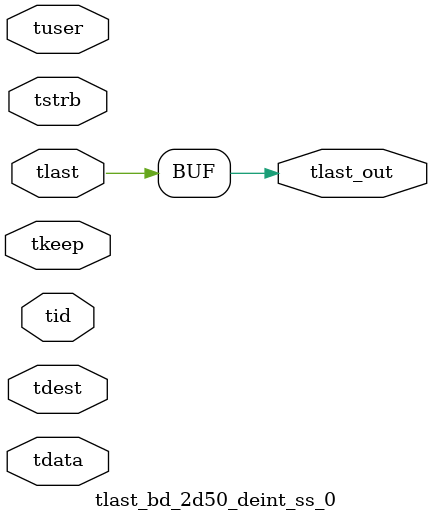
<source format=v>


`timescale 1ps/1ps

module tlast_bd_2d50_deint_ss_0 #
(
parameter C_S_AXIS_TID_WIDTH   = 1,
parameter C_S_AXIS_TUSER_WIDTH = 0,
parameter C_S_AXIS_TDATA_WIDTH = 0,
parameter C_S_AXIS_TDEST_WIDTH = 0
)
(
input  [(C_S_AXIS_TID_WIDTH   == 0 ? 1 : C_S_AXIS_TID_WIDTH)-1:0       ] tid,
input  [(C_S_AXIS_TDATA_WIDTH == 0 ? 1 : C_S_AXIS_TDATA_WIDTH)-1:0     ] tdata,
input  [(C_S_AXIS_TUSER_WIDTH == 0 ? 1 : C_S_AXIS_TUSER_WIDTH)-1:0     ] tuser,
input  [(C_S_AXIS_TDEST_WIDTH == 0 ? 1 : C_S_AXIS_TDEST_WIDTH)-1:0     ] tdest,
input  [(C_S_AXIS_TDATA_WIDTH/8)-1:0 ] tkeep,
input  [(C_S_AXIS_TDATA_WIDTH/8)-1:0 ] tstrb,
input  [0:0]                                                             tlast,
output                                                                   tlast_out
);

assign tlast_out = {tlast};

endmodule


</source>
